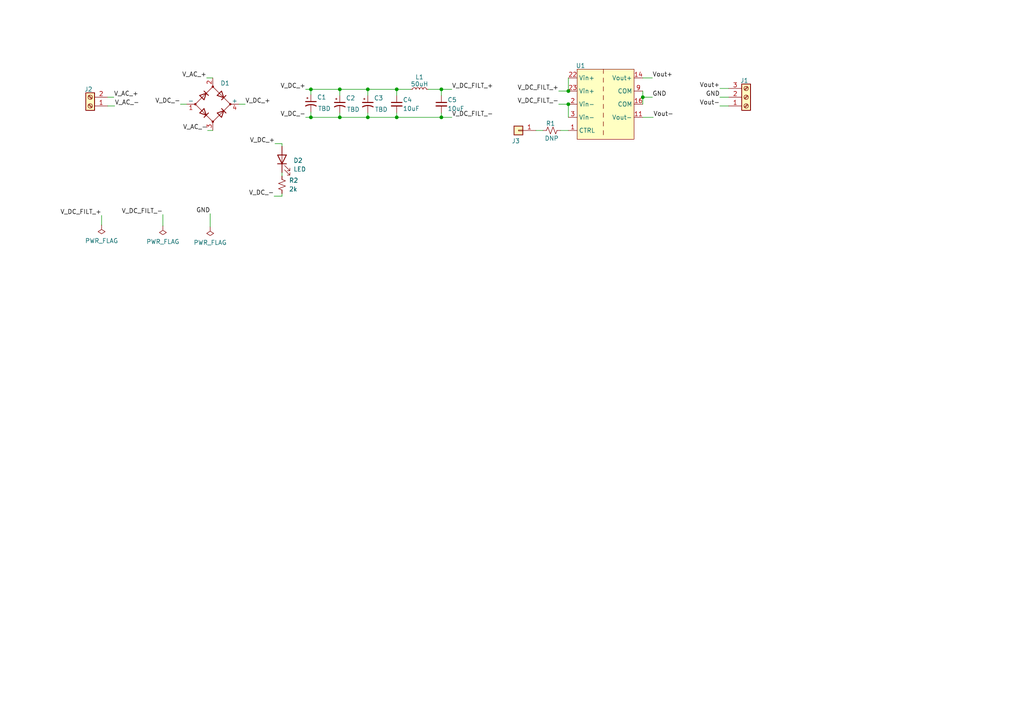
<source format=kicad_sch>
(kicad_sch (version 20211123) (generator eeschema)
  (paper "A4")
  (lib_symbols
    (symbol "CL_Converter_DCDC:Generic_DIP24_Dual_Isolated_DCDC"
      (property "Reference" "U" (at -6.35 11.43 0))
      (property "Value" "Generic_DIP24_Dual_Isolated_DCDC" (at 0 -11.43 0))
      (symbol "Generic_DIP24_Dual_Isolated_DCDC_0_1"
        (rectangle (start -7.62 10.16) (end 8.89 -10.16) (fill (type background)))
        (polyline (pts (xy 0 -7.62) (xy 0 -8.89)))
        (polyline (pts (xy 0 -5.08) (xy 0 -6.35)))
        (polyline (pts (xy 0 -2.54) (xy 0 -3.81)))
        (polyline (pts (xy 0 0) (xy 0 -1.27)))
        (polyline (pts (xy 0 2.54) (xy 0 1.27)))
        (polyline (pts (xy 0 5.08) (xy 0 3.81)))
        (polyline (pts (xy 0 7.62) (xy 0 6.35)))
        (polyline (pts (xy 0 10.16) (xy 0 8.89)))
      )
      (symbol "Generic_DIP24_Dual_Isolated_DCDC_1_1"
        (pin input line (at -10.16 -7.62 0) (length 2.54) (name "CTRL") (number "1"))
        (pin power_out line (at 11.43 -3.81 180) (length 2.54) (name "Vout-") (number "11"))
        (pin power_out line (at 11.43 7.62 180) (length 2.54) (name "Vout+") (number "14"))
        (pin power_in line (at 11.43 0 180) (length 2.54) (name "COM") (number "16"))
        (pin power_in line (at -10.16 0 0) (length 2.54) (name "Vin-") (number "2"))
        (pin power_in line (at -10.16 7.62 0) (length 2.54) (name "Vin+") (number "22"))
        (pin power_in line (at -10.16 3.81 0) (length 2.54) (name "Vin+") (number "23"))
        (pin power_in line (at -10.16 -3.81 0) (length 2.54) (name "Vin-") (number "3"))
        (pin power_in line (at 11.43 3.81 180) (length 2.54) (name "COM") (number "9"))
      )
    )
    (symbol "Connector:Screw_Terminal_01x02" (pin_names (offset 1.016) hide)
      (property "Reference" "J" (at 0 2.54 0))
      (property "Value" "Screw_Terminal_01x02" (at 0 -5.08 0))
      (symbol "Screw_Terminal_01x02_1_1"
        (rectangle (start -1.27 1.27) (end 1.27 -3.81) (stroke (width 0.254)) (fill (type background)))
        (circle (center 0 -2.54) (radius 0.635) (stroke (width 0.1524)))
        (polyline (pts (xy -0.5334 -2.2098) (xy 0.3302 -3.048)) (stroke (width 0.1524)))
        (polyline (pts (xy -0.5334 0.3302) (xy 0.3302 -0.508)) (stroke (width 0.1524)))
        (polyline (pts (xy -0.3556 -2.032) (xy 0.508 -2.8702)) (stroke (width 0.1524)))
        (polyline (pts (xy -0.3556 0.508) (xy 0.508 -0.3302)) (stroke (width 0.1524)))
        (circle (center 0 0) (radius 0.635) (stroke (width 0.1524)))
        (pin passive line (at -5.08 0 0) (length 3.81) (name "Pin_1") (number "1"))
        (pin passive line (at -5.08 -2.54 0) (length 3.81) (name "Pin_2") (number "2"))
      )
    )
    (symbol "Connector:Screw_Terminal_01x03" (pin_names (offset 1.016) hide)
      (property "Reference" "J" (at 0 5.08 0))
      (property "Value" "Screw_Terminal_01x03" (at 0 -5.08 0))
      (symbol "Screw_Terminal_01x03_1_1"
        (rectangle (start -1.27 3.81) (end 1.27 -3.81) (stroke (width 0.254)) (fill (type background)))
        (circle (center 0 -2.54) (radius 0.635) (stroke (width 0.1524)))
        (polyline (pts (xy -0.5334 -2.2098) (xy 0.3302 -3.048)) (stroke (width 0.1524)))
        (polyline (pts (xy -0.5334 0.3302) (xy 0.3302 -0.508)) (stroke (width 0.1524)))
        (polyline (pts (xy -0.5334 2.8702) (xy 0.3302 2.032)) (stroke (width 0.1524)))
        (polyline (pts (xy -0.3556 -2.032) (xy 0.508 -2.8702)) (stroke (width 0.1524)))
        (polyline (pts (xy -0.3556 0.508) (xy 0.508 -0.3302)) (stroke (width 0.1524)))
        (polyline (pts (xy -0.3556 3.048) (xy 0.508 2.2098)) (stroke (width 0.1524)))
        (circle (center 0 0) (radius 0.635) (stroke (width 0.1524)))
        (circle (center 0 2.54) (radius 0.635) (stroke (width 0.1524)))
        (pin passive line (at -5.08 2.54 0) (length 3.81) (name "Pin_1") (number "1"))
        (pin passive line (at -5.08 0 0) (length 3.81) (name "Pin_2") (number "2"))
        (pin passive line (at -5.08 -2.54 0) (length 3.81) (name "Pin_3") (number "3"))
      )
    )
    (symbol "Connector_Generic:Conn_01x01" (pin_names (offset 1.016) hide)
      (property "Reference" "J" (at 0 2.54 0))
      (property "Value" "Conn_01x01" (at 0 -2.54 0))
      (symbol "Conn_01x01_1_1"
        (rectangle (start -1.27 0.127) (end 0 -0.127) (stroke (width 0.1524)))
        (rectangle (start -1.27 1.27) (end 1.27 -1.27) (stroke (width 0.254)) (fill (type background)))
        (pin passive line (at -5.08 0 0) (length 3.81) (name "Pin_1") (number "1"))
      )
    )
    (symbol "Device:C_Polarized_Small_US" (pin_numbers hide) (pin_names (offset 0.254) hide)
      (property "Reference" "C" (at 0.254 1.778 0))
      (property "Value" "C_Polarized_Small_US" (at 0.254 -2.032 0))
      (symbol "C_Polarized_Small_US_0_1"
        (polyline (pts (xy -1.524 0.508) (xy 1.524 0.508)) (stroke (width 0.3048)))
        (polyline (pts (xy -1.27 1.524) (xy -0.762 1.524)))
        (polyline (pts (xy -1.016 1.27) (xy -1.016 1.778)))
        (arc (start 1.524 -0.762) (mid 0 -0.3734) (end -1.524 -0.762) (stroke (width 0.3048)))
      )
      (symbol "C_Polarized_Small_US_1_1"
        (pin passive line (at 0 2.54 270) (length 2.032) (name "~") (number "1"))
        (pin passive line (at 0 -2.54 90) (length 2.032) (name "~") (number "2"))
      )
    )
    (symbol "Device:C_Small" (pin_numbers hide) (pin_names (offset 0.254) hide)
      (property "Reference" "C" (at 0.254 1.778 0))
      (property "Value" "C_Small" (at 0.254 -2.032 0))
      (symbol "C_Small_0_1"
        (polyline (pts (xy -1.524 -0.508) (xy 1.524 -0.508)) (stroke (width 0.3302)))
        (polyline (pts (xy -1.524 0.508) (xy 1.524 0.508)) (stroke (width 0.3048)))
      )
      (symbol "C_Small_1_1"
        (pin passive line (at 0 2.54 270) (length 2.032) (name "~") (number "1"))
        (pin passive line (at 0 -2.54 90) (length 2.032) (name "~") (number "2"))
      )
    )
    (symbol "Device:D_Bridge_-AA+" (pin_names (offset 0))
      (property "Reference" "D" (at 2.54 6.985 0))
      (property "Value" "D_Bridge_-AA+" (at 2.54 5.08 0))
      (symbol "D_Bridge_-AA+_0_1"
        (circle (center -5.08 0) (radius 0.254) (fill (type outline)))
        (circle (center 0 -5.08) (radius 0.254) (fill (type outline)))
        (polyline (pts (xy -2.54 3.81) (xy -1.27 2.54)) (stroke (width 0.254)))
        (polyline (pts (xy -1.27 -2.54) (xy -2.54 -3.81)) (stroke (width 0.254)))
        (polyline (pts (xy 2.54 -1.27) (xy 3.81 -2.54)) (stroke (width 0.254)))
        (polyline (pts (xy 2.54 1.27) (xy 3.81 2.54)) (stroke (width 0.254)))
        (polyline (pts (xy -3.81 2.54) (xy -2.54 1.27) (xy -1.905 3.175) (xy -3.81 2.54)) (stroke (width 0.254)))
        (polyline (pts (xy -2.54 -1.27) (xy -3.81 -2.54) (xy -1.905 -3.175) (xy -2.54 -1.27)) (stroke (width 0.254)))
        (polyline (pts (xy 1.27 2.54) (xy 2.54 3.81) (xy 3.175 1.905) (xy 1.27 2.54)) (stroke (width 0.254)))
        (polyline (pts (xy 3.175 -1.905) (xy 1.27 -2.54) (xy 2.54 -3.81) (xy 3.175 -1.905)) (stroke (width 0.254)))
        (polyline (pts (xy -5.08 0) (xy 0 -5.08) (xy 5.08 0) (xy 0 5.08) (xy -5.08 0)))
        (circle (center 0 5.08) (radius 0.254) (fill (type outline)))
        (circle (center 5.08 0) (radius 0.254) (fill (type outline)))
      )
      (symbol "D_Bridge_-AA+_1_1"
        (pin passive line (at -7.62 0 0) (length 2.54) (name "-") (number "1"))
        (pin passive line (at 0 7.62 270) (length 2.54) (name "~") (number "2"))
        (pin passive line (at 0 -7.62 90) (length 2.54) (name "~") (number "3"))
        (pin passive line (at 7.62 0 180) (length 2.54) (name "+") (number "4"))
      )
    )
    (symbol "Device:LED" (pin_numbers hide) (pin_names (offset 1.016) hide)
      (property "Reference" "D" (at 0 2.54 0))
      (property "Value" "LED" (at 0 -2.54 0))
      (symbol "LED_0_1"
        (polyline (pts (xy -1.27 -1.27) (xy -1.27 1.27)) (stroke (width 0.254)))
        (polyline (pts (xy -1.27 0) (xy 1.27 0)))
        (polyline (pts (xy 1.27 -1.27) (xy 1.27 1.27) (xy -1.27 0) (xy 1.27 -1.27)) (stroke (width 0.254)))
        (polyline (pts (xy -3.048 -0.762) (xy -4.572 -2.286) (xy -3.81 -2.286) (xy -4.572 -2.286) (xy -4.572 -1.524)))
        (polyline (pts (xy -1.778 -0.762) (xy -3.302 -2.286) (xy -2.54 -2.286) (xy -3.302 -2.286) (xy -3.302 -1.524)))
      )
      (symbol "LED_1_1"
        (pin passive line (at -3.81 0 0) (length 2.54) (name "K") (number "1"))
        (pin passive line (at 3.81 0 180) (length 2.54) (name "A") (number "2"))
      )
    )
    (symbol "Device:L_Small" (pin_numbers hide) (pin_names (offset 0.254) hide)
      (property "Reference" "L" (at 0.762 1.016 0))
      (property "Value" "L_Small" (at 0.762 -1.016 0))
      (symbol "L_Small_0_1"
        (arc (start 0 -2.032) (mid 0.508 -1.524) (end 0 -1.016))
        (arc (start 0 -1.016) (mid 0.508 -0.508) (end 0 0))
        (arc (start 0 0) (mid 0.508 0.508) (end 0 1.016))
        (arc (start 0 1.016) (mid 0.508 1.524) (end 0 2.032))
      )
      (symbol "L_Small_1_1"
        (pin passive line (at 0 2.54 270) (length 0.508) (name "~") (number "1"))
        (pin passive line (at 0 -2.54 90) (length 0.508) (name "~") (number "2"))
      )
    )
    (symbol "Device:R_Small_US" (pin_numbers hide) (pin_names (offset 0.254) hide)
      (property "Reference" "R" (at 0.762 0.508 0))
      (property "Value" "R_Small_US" (at 0.762 -1.016 0))
      (symbol "R_Small_US_1_1"
        (polyline (pts (xy 0 0) (xy 1.016 -0.381) (xy 0 -0.762) (xy -1.016 -1.143) (xy 0 -1.524)))
        (polyline (pts (xy 0 1.524) (xy 1.016 1.143) (xy 0 0.762) (xy -1.016 0.381) (xy 0 0)))
        (pin passive line (at 0 2.54 270) (length 1.016) (name "~") (number "1"))
        (pin passive line (at 0 -2.54 90) (length 1.016) (name "~") (number "2"))
      )
    )
    (symbol "power:PWR_FLAG" (power) (pin_numbers hide) (pin_names (offset 0) hide)
      (property "Value" "PWR_FLAG" (at 0 3.81 0))
      (symbol "PWR_FLAG_0_0"
        (pin power_out line (at 0 0 90) (length 0) (name "pwr") (number "1"))
      )
      (symbol "PWR_FLAG_0_1"
        (polyline (pts (xy 0 0) (xy 0 1.27) (xy -1.016 1.905) (xy 0 2.54) (xy 1.016 1.905) (xy 0 1.27)))
      )
    )
  )
  (junction (at 106.68 34.036))
  (junction (at 128.016 34.036))
  (junction (at 90.17 25.908))
  (junction (at 164.846 30.226))
  (junction (at 128.016 25.908))
  (junction (at 98.552 34.036))
  (junction (at 164.846 26.416))
  (junction (at 90.17 34.036))
  (junction (at 106.68 25.908))
  (junction (at 115.062 34.036))
  (junction (at 186.436 28.194))
  (junction (at 98.552 25.908))
  (junction (at 115.062 25.908))
  (wire (pts (xy 128.016 32.766) (xy 128.016 34.036)))
  (wire (pts (xy 128.016 34.036) (xy 115.062 34.036)))
  (wire (pts (xy 52.324 30.226) (xy 54.102 30.226)))
  (wire (pts (xy 47.244 62.23) (xy 47.244 65.532)))
  (wire (pts (xy 90.17 34.036) (xy 90.17 32.512)))
  (wire (pts (xy 81.788 56.896) (xy 81.788 56.134)))
  (wire (pts (xy 31.242 28.194) (xy 33.02 28.194)))
  (wire (pts (xy 208.788 25.654) (xy 211.328 25.654)))
  (wire (pts (xy 162.052 26.416) (xy 164.846 26.416)))
  (wire (pts (xy 59.944 22.606) (xy 61.722 22.606)))
  (wire (pts (xy 162.052 30.226) (xy 164.846 30.226)))
  (wire (pts (xy 98.552 25.908) (xy 98.552 27.686)))
  (wire (pts (xy 98.552 34.036) (xy 98.552 32.766)))
  (wire (pts (xy 90.17 34.036) (xy 98.552 34.036)))
  (wire (pts (xy 128.016 25.908) (xy 131.064 25.908)))
  (wire (pts (xy 60.96 61.976) (xy 60.96 65.786)))
  (wire (pts (xy 106.68 25.908) (xy 106.68 27.686)))
  (wire (pts (xy 186.436 34.036) (xy 189.484 34.036)))
  (wire (pts (xy 90.17 25.908) (xy 90.17 27.432)))
  (wire (pts (xy 31.242 30.734) (xy 33.274 30.734)))
  (wire (pts (xy 106.68 34.036) (xy 115.062 34.036)))
  (wire (pts (xy 29.464 62.484) (xy 29.464 65.278)))
  (wire (pts (xy 81.788 41.656) (xy 81.788 42.418)))
  (wire (pts (xy 155.448 37.846) (xy 157.48 37.846)))
  (wire (pts (xy 81.788 50.038) (xy 81.788 51.054)))
  (wire (pts (xy 162.56 37.846) (xy 164.846 37.846)))
  (wire (pts (xy 208.788 30.734) (xy 211.328 30.734)))
  (wire (pts (xy 164.846 30.226) (xy 164.846 34.036)))
  (wire (pts (xy 90.17 25.908) (xy 98.552 25.908)))
  (wire (pts (xy 115.062 25.908) (xy 119.126 25.908)))
  (wire (pts (xy 88.646 25.908) (xy 90.17 25.908)))
  (wire (pts (xy 186.436 28.194) (xy 186.436 30.226)))
  (wire (pts (xy 186.436 26.416) (xy 186.436 28.194)))
  (wire (pts (xy 69.342 30.226) (xy 71.12 30.226)))
  (wire (pts (xy 208.788 28.194) (xy 211.328 28.194)))
  (wire (pts (xy 106.68 25.908) (xy 115.062 25.908)))
  (wire (pts (xy 88.646 34.036) (xy 90.17 34.036)))
  (wire (pts (xy 164.846 22.606) (xy 164.846 26.416)))
  (wire (pts (xy 106.68 34.036) (xy 106.68 32.766)))
  (wire (pts (xy 124.206 25.908) (xy 128.016 25.908)))
  (wire (pts (xy 186.436 28.194) (xy 189.23 28.194)))
  (wire (pts (xy 98.552 25.908) (xy 106.68 25.908)))
  (wire (pts (xy 79.756 41.656) (xy 81.788 41.656)))
  (wire (pts (xy 98.552 34.036) (xy 106.68 34.036)))
  (wire (pts (xy 128.016 25.908) (xy 128.016 27.686)))
  (wire (pts (xy 115.062 34.036) (xy 115.062 32.766)))
  (wire (pts (xy 128.016 34.036) (xy 131.064 34.036)))
  (wire (pts (xy 79.502 56.896) (xy 81.788 56.896)))
  (wire (pts (xy 60.198 37.846) (xy 61.722 37.846)))
  (wire (pts (xy 186.436 22.606) (xy 189.23 22.606)))
  (wire (pts (xy 115.062 25.908) (xy 115.062 27.686)))
  (label "GND" (at 208.788 28.194 180))
  (label "V_AC_-" (at 33.274 30.734 0))
  (label "V_AC_+" (at 59.944 22.606 180))
  (label "V_DC_-" (at 79.502 56.896 180))
  (label "GND" (at 189.23 28.194 0))
  (label "V_DC_FILT_+" (at 29.464 62.484 180))
  (label "V_DC_-" (at 52.324 30.226 180))
  (label "Vout-" (at 189.484 34.036 0))
  (label "V_AC_+" (at 33.02 28.194 0))
  (label "V_DC_-" (at 88.646 34.036 180))
  (label "V_DC_+" (at 71.12 30.226 0))
  (label "V_DC_FILT_+" (at 131.064 25.908 0))
  (label "V_DC_FILT_-" (at 131.064 34.036 0))
  (label "V_DC_FILT_+" (at 162.052 26.416 180))
  (label "V_AC_-" (at 60.198 37.846 180))
  (label "GND" (at 60.96 61.976 180))
  (label "V_DC_FILT_-" (at 162.052 30.226 180))
  (label "V_DC_+" (at 79.756 41.656 180))
  (label "V_DC_+" (at 88.646 25.908 180))
  (label "V_DC_FILT_-" (at 47.244 62.23 180))
  (label "Vout-" (at 208.788 30.734 180))
  (label "Vout+" (at 208.788 25.654 180))
  (label "Vout+" (at 189.23 22.606 0))
  (symbol (lib_id "Device:C_Small") (at 115.062 30.226 0) (unit 1)
    (property "Reference" "C4" (at 116.84 28.956 0) (effects (justify left)))
    (property "Value" "10uF" (at 116.84 31.496 0) (effects (justify left)))
    (property "Footprint" "Capacitor_SMD:C_1206_3216Metric_Pad1.33x1.80mm_HandSolder" (effects hide))
  )
  (symbol (lib_id "power:PWR_FLAG") (at 29.464 65.278 180) (unit 1)
    (property "Reference" "#FLG01" (effects hide))
    (property "Value" "PWR_FLAG" (at 29.464 69.85 0))
  )
  (symbol (lib_id "Device:D_Bridge_-AA+") (at 61.722 30.226 0) (unit 1)
    (property "Reference" "D1" (at 65.278 24.13 0))
    (property "Value" "D_Bridge_-AA+" (effects hide))
    (property "Footprint" "Diode_THT:Diode_Bridge_19.0x3.5x10.0mm_P5.0mm" (effects hide))
  )
  (symbol (lib_id "Device:C_Polarized_Small_US") (at 98.552 30.226 0) (unit 1)
    (property "Reference" "C2" (at 100.33 28.448 0) (effects (justify left)))
    (property "Value" "TBD" (at 100.584 31.75 0) (effects (justify left)))
    (property "Footprint" "Capacitor_THT:CP_Radial_D16.0mm_P7.50mm" (effects hide))
  )
  (symbol (lib_id "Device:L_Small") (at 121.666 25.908 90) (unit 1)
    (property "Reference" "L1" (at 121.666 22.352 90))
    (property "Value" "50uH" (at 121.666 24.384 90))
    (property "Footprint" "Inductor_SMD:L_Taiyo-Yuden_NR-50xx" (effects hide))
  )
  (symbol (lib_id "power:PWR_FLAG") (at 47.244 65.532 180) (unit 1)
    (property "Reference" "#FLG02" (effects hide))
    (property "Value" "PWR_FLAG" (at 47.244 70.104 0))
  )
  (symbol (lib_id "Device:R_Small_US") (at 160.02 37.846 270) (unit 1)
    (property "Reference" "R1" (at 161.036 35.814 90) (effects (justify right)))
    (property "Value" "DNP" (at 162.052 40.132 90) (effects (justify right)))
    (property "Footprint" "Resistor_SMD:R_0805_2012Metric_Pad1.20x1.40mm_HandSolder" (effects hide))
  )
  (symbol (lib_id "Connector:Screw_Terminal_01x03") (at 216.408 28.194 0) (mirror x) (unit 1)
    (property "Reference" "J1" (at 215.9 23.368 0))
    (property "Value" "Screw_Terminal_01x03" (effects hide))
    (property "Footprint" "TerminalBlock_Phoenix:TerminalBlock_Phoenix_MKDS-1,5-3-5.08_1x03_P5.08mm_Horizontal" (effects hide))
  )
  (symbol (lib_id "Connector:Screw_Terminal_01x02") (at 26.162 30.734 180) (unit 1)
    (property "Reference" "J2" (at 25.654 25.908 0))
    (property "Value" "Screw_Terminal_01x02" (effects hide))
    (property "Footprint" "TerminalBlock_Phoenix:TerminalBlock_Phoenix_MKDS-1,5-2-5.08_1x02_P5.08mm_Horizontal" (effects hide))
  )
  (symbol (lib_id "Device:C_Polarized_Small_US") (at 106.68 30.226 0) (unit 1)
    (property "Reference" "C3" (at 108.458 28.448 0) (effects (justify left)))
    (property "Value" "TBD" (at 108.712 31.75 0) (effects (justify left)))
    (property "Footprint" "Capacitor_THT:CP_Radial_D16.0mm_P7.50mm" (effects hide))
  )
  (symbol (lib_id "CL_Converter_DCDC:Generic_DIP24_Dual_Isolated_DCDC") (at 175.006 30.226 0) (unit 1)
    (property "Reference" "U1" (at 168.402 19.05 0))
    (property "Value" "Generic_DIP24_Dual_Isolated_DCDC" (effects hide))
    (property "Footprint" "CL_Converter_DCDC:Generic_DIP24_Dual_Isolated_DCDC" (effects hide))
  )
  (symbol (lib_id "Device:C_Polarized_Small_US") (at 90.17 29.972 0) (unit 1)
    (property "Reference" "C1" (at 91.948 28.194 0) (effects (justify left)))
    (property "Value" "TBD" (at 92.202 31.496 0) (effects (justify left)))
    (property "Footprint" "Capacitor_THT:CP_Radial_D16.0mm_P7.50mm" (effects hide))
  )
  (symbol (lib_id "Device:C_Small") (at 128.016 30.226 0) (unit 1)
    (property "Reference" "C5" (at 129.794 28.956 0) (effects (justify left)))
    (property "Value" "10uF" (at 129.794 31.496 0) (effects (justify left)))
    (property "Footprint" "Capacitor_SMD:C_1206_3216Metric_Pad1.33x1.80mm_HandSolder" (effects hide))
  )
  (symbol (lib_id "Connector_Generic:Conn_01x01") (at 150.368 37.846 180) (unit 1)
    (property "Reference" "J3" (at 149.606 40.894 0))
    (property "Value" "Conn_01x01" (effects hide))
    (property "Footprint" "Connector_PinHeader_2.54mm:PinHeader_1x01_P2.54mm_Vertical" (effects hide))
  )
  (symbol (lib_id "Device:LED") (at 81.788 46.228 90) (unit 1)
    (property "Reference" "D2" (at 85.09 46.5454 90) (effects (justify right)))
    (property "Value" "LED" (at 85.09 49.0854 90) (effects (justify right)))
    (property "Footprint" "LED_SMD:LED_0805_2012Metric_Pad1.15x1.40mm_HandSolder" (effects hide))
  )
  (symbol (lib_id "power:PWR_FLAG") (at 60.96 65.786 180) (unit 1)
    (property "Reference" "#FLG03" (effects hide))
    (property "Value" "PWR_FLAG" (at 60.96 70.358 0))
  )
  (symbol (lib_id "Device:R_Small_US") (at 81.788 53.594 0) (unit 1)
    (property "Reference" "R2" (at 83.82 52.3239 0) (effects (justify left)))
    (property "Value" "2k" (at 83.82 54.8639 0) (effects (justify left)))
    (property "Footprint" "Resistor_SMD:R_0805_2012Metric_Pad1.20x1.40mm_HandSolder" (effects hide))
  )
)
</source>
